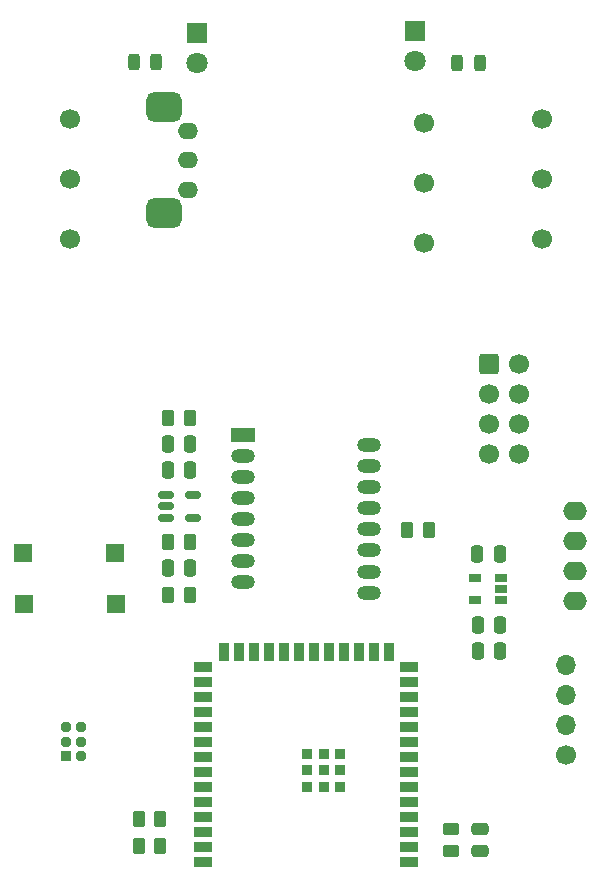
<source format=gtl>
%TF.GenerationSoftware,KiCad,Pcbnew,8.0.8*%
%TF.CreationDate,2025-02-01T16:26:25+01:00*%
%TF.ProjectId,Trackball,54726163-6b62-4616-9c6c-2e6b69636164,rev?*%
%TF.SameCoordinates,Original*%
%TF.FileFunction,Copper,L1,Top*%
%TF.FilePolarity,Positive*%
%FSLAX46Y46*%
G04 Gerber Fmt 4.6, Leading zero omitted, Abs format (unit mm)*
G04 Created by KiCad (PCBNEW 8.0.8) date 2025-02-01 16:26:25*
%MOMM*%
%LPD*%
G01*
G04 APERTURE LIST*
G04 Aperture macros list*
%AMRoundRect*
0 Rectangle with rounded corners*
0 $1 Rounding radius*
0 $2 $3 $4 $5 $6 $7 $8 $9 X,Y pos of 4 corners*
0 Add a 4 corners polygon primitive as box body*
4,1,4,$2,$3,$4,$5,$6,$7,$8,$9,$2,$3,0*
0 Add four circle primitives for the rounded corners*
1,1,$1+$1,$2,$3*
1,1,$1+$1,$4,$5*
1,1,$1+$1,$6,$7*
1,1,$1+$1,$8,$9*
0 Add four rect primitives between the rounded corners*
20,1,$1+$1,$2,$3,$4,$5,0*
20,1,$1+$1,$4,$5,$6,$7,0*
20,1,$1+$1,$6,$7,$8,$9,0*
20,1,$1+$1,$8,$9,$2,$3,0*%
G04 Aperture macros list end*
%TA.AperFunction,ComponentPad*%
%ADD10C,1.700000*%
%TD*%
%TA.AperFunction,ComponentPad*%
%ADD11RoundRect,0.625000X0.875000X-0.625000X0.875000X0.625000X-0.875000X0.625000X-0.875000X-0.625000X0*%
%TD*%
%TA.AperFunction,ComponentPad*%
%ADD12O,1.700000X1.400000*%
%TD*%
%TA.AperFunction,ComponentPad*%
%ADD13O,1.700000X1.700000*%
%TD*%
%TA.AperFunction,SMDPad,CuDef*%
%ADD14R,1.060000X0.650000*%
%TD*%
%TA.AperFunction,ComponentPad*%
%ADD15R,2.000000X1.200000*%
%TD*%
%TA.AperFunction,ComponentPad*%
%ADD16O,2.000000X1.200000*%
%TD*%
%TA.AperFunction,ComponentPad*%
%ADD17RoundRect,0.250000X-0.600000X-0.600000X0.600000X-0.600000X0.600000X0.600000X-0.600000X0.600000X0*%
%TD*%
%TA.AperFunction,ComponentPad*%
%ADD18R,1.800000X1.800000*%
%TD*%
%TA.AperFunction,ComponentPad*%
%ADD19C,1.800000*%
%TD*%
%TA.AperFunction,SMDPad,CuDef*%
%ADD20R,1.500000X0.900000*%
%TD*%
%TA.AperFunction,SMDPad,CuDef*%
%ADD21R,0.900000X1.500000*%
%TD*%
%TA.AperFunction,SMDPad,CuDef*%
%ADD22R,0.900000X0.900000*%
%TD*%
%TA.AperFunction,SMDPad,CuDef*%
%ADD23RoundRect,0.250000X0.250000X0.475000X-0.250000X0.475000X-0.250000X-0.475000X0.250000X-0.475000X0*%
%TD*%
%TA.AperFunction,SMDPad,CuDef*%
%ADD24R,1.500000X1.500000*%
%TD*%
%TA.AperFunction,SMDPad,CuDef*%
%ADD25RoundRect,0.250000X-0.250000X-0.475000X0.250000X-0.475000X0.250000X0.475000X-0.250000X0.475000X0*%
%TD*%
%TA.AperFunction,ComponentPad*%
%ADD26R,0.950000X0.950000*%
%TD*%
%TA.AperFunction,ComponentPad*%
%ADD27C,0.950000*%
%TD*%
%TA.AperFunction,SMDPad,CuDef*%
%ADD28RoundRect,0.250000X-0.262500X-0.450000X0.262500X-0.450000X0.262500X0.450000X-0.262500X0.450000X0*%
%TD*%
%TA.AperFunction,SMDPad,CuDef*%
%ADD29RoundRect,0.250000X0.475000X-0.250000X0.475000X0.250000X-0.475000X0.250000X-0.475000X-0.250000X0*%
%TD*%
%TA.AperFunction,SMDPad,CuDef*%
%ADD30RoundRect,0.250000X0.262500X0.450000X-0.262500X0.450000X-0.262500X-0.450000X0.262500X-0.450000X0*%
%TD*%
%TA.AperFunction,SMDPad,CuDef*%
%ADD31RoundRect,0.250000X0.450000X-0.262500X0.450000X0.262500X-0.450000X0.262500X-0.450000X-0.262500X0*%
%TD*%
%TA.AperFunction,SMDPad,CuDef*%
%ADD32RoundRect,0.150000X-0.512500X-0.150000X0.512500X-0.150000X0.512500X0.150000X-0.512500X0.150000X0*%
%TD*%
%TA.AperFunction,SMDPad,CuDef*%
%ADD33RoundRect,0.243750X0.243750X0.456250X-0.243750X0.456250X-0.243750X-0.456250X0.243750X-0.456250X0*%
%TD*%
%TA.AperFunction,ComponentPad*%
%ADD34O,2.000000X1.600000*%
%TD*%
%TA.AperFunction,SMDPad,CuDef*%
%ADD35RoundRect,0.243750X-0.243750X-0.456250X0.243750X-0.456250X0.243750X0.456250X-0.243750X0.456250X0*%
%TD*%
G04 APERTURE END LIST*
D10*
X123050000Y-26990000D03*
X123050000Y-32070000D03*
X123050000Y-37150000D03*
X113050000Y-27340000D03*
X113050000Y-32420000D03*
X113050000Y-37500000D03*
D11*
X91050000Y-34970000D03*
X91050000Y-25970000D03*
D12*
X93050000Y-32970000D03*
X93050000Y-30470000D03*
X93050000Y-27970000D03*
D10*
X125050000Y-80840000D03*
D13*
X125050000Y-78300000D03*
X125050000Y-75760000D03*
X125050000Y-73220000D03*
D14*
X119550000Y-67750000D03*
X119550000Y-66800000D03*
X119550000Y-65850000D03*
X117350000Y-65850000D03*
X117350000Y-67750000D03*
D15*
X97700000Y-53735000D03*
D16*
X97700000Y-55515000D03*
X97700000Y-57295000D03*
X97700000Y-59075000D03*
X97700000Y-60855000D03*
X97700000Y-62635000D03*
X97700000Y-64415000D03*
X97700000Y-66195000D03*
X108400000Y-67085000D03*
X108400000Y-65305000D03*
X108400000Y-63525000D03*
X108400000Y-61745000D03*
X108400000Y-59965000D03*
X108400000Y-58185000D03*
X108400000Y-56405000D03*
X108400000Y-54625000D03*
D17*
X118550000Y-47720000D03*
D10*
X121090000Y-47720000D03*
X118550000Y-50260000D03*
X121090000Y-50260000D03*
X118550000Y-52800000D03*
X121090000Y-52800000D03*
X118550000Y-55340000D03*
X121090000Y-55340000D03*
D18*
X112300000Y-19560000D03*
D19*
X112300000Y-22100000D03*
D20*
X111800000Y-89860000D03*
X111800000Y-88590000D03*
X111800000Y-87320000D03*
X111800000Y-86050000D03*
X111800000Y-84780000D03*
X111800000Y-83510000D03*
X111800000Y-82240000D03*
X111800000Y-80970000D03*
X111800000Y-79700000D03*
X111800000Y-78430000D03*
X111800000Y-77160000D03*
X111800000Y-75890000D03*
X111800000Y-74620000D03*
X111800000Y-73350000D03*
D21*
X110035000Y-72100000D03*
X108765000Y-72100000D03*
X107495000Y-72100000D03*
X106225000Y-72100000D03*
X104955000Y-72100000D03*
X103685000Y-72100000D03*
X102415000Y-72100000D03*
X101145000Y-72100000D03*
X99875000Y-72100000D03*
X98605000Y-72100000D03*
X97335000Y-72100000D03*
X96065000Y-72100000D03*
D20*
X94300000Y-73350000D03*
X94300000Y-74620000D03*
X94300000Y-75890000D03*
X94300000Y-77160000D03*
X94300000Y-78430000D03*
X94300000Y-79700000D03*
X94300000Y-80970000D03*
X94300000Y-82240000D03*
X94300000Y-83510000D03*
X94300000Y-84780000D03*
X94300000Y-86050000D03*
X94300000Y-87320000D03*
X94300000Y-88590000D03*
X94300000Y-89860000D03*
D22*
X105950000Y-83540000D03*
X105950000Y-82140000D03*
X105950000Y-80740000D03*
X105950000Y-80740000D03*
X104550000Y-83540000D03*
X104550000Y-83540000D03*
X104550000Y-82140000D03*
X104550000Y-80740000D03*
X103150000Y-83540000D03*
X103150000Y-82140000D03*
X103150000Y-80740000D03*
D23*
X93250000Y-54550000D03*
X91350000Y-54550000D03*
D24*
X86950000Y-68050000D03*
X79150000Y-68050000D03*
X86900000Y-63700000D03*
X79100000Y-63700000D03*
D25*
X117600000Y-72050000D03*
X119500000Y-72050000D03*
D26*
X82750000Y-80950000D03*
D27*
X82750000Y-79700000D03*
X82750000Y-78450000D03*
X84000000Y-80950000D03*
X84000000Y-79700000D03*
X84000000Y-78450000D03*
D28*
X88887500Y-86300000D03*
X90712500Y-86300000D03*
D29*
X117800000Y-89000000D03*
X117800000Y-87100000D03*
D30*
X113462500Y-61800000D03*
X111637500Y-61800000D03*
D18*
X93850000Y-19680000D03*
D19*
X93850000Y-22220000D03*
D31*
X115300000Y-88962500D03*
X115300000Y-87137500D03*
D23*
X119500000Y-69800000D03*
X117600000Y-69800000D03*
D28*
X91387500Y-67300000D03*
X93212500Y-67300000D03*
D32*
X91162500Y-58850000D03*
X91162500Y-59800000D03*
X91162500Y-60750000D03*
X93437500Y-60750000D03*
X93437500Y-58850000D03*
D30*
X93212500Y-62800000D03*
X91387500Y-62800000D03*
D23*
X93250000Y-56750000D03*
X91350000Y-56750000D03*
X119450000Y-63800000D03*
X117550000Y-63800000D03*
X93250000Y-65050000D03*
X91350000Y-65050000D03*
D33*
X117737500Y-22250000D03*
X115862500Y-22250000D03*
D10*
X83050000Y-26990000D03*
X83050000Y-32070000D03*
X83050000Y-37150000D03*
D30*
X93212500Y-52300000D03*
X91387500Y-52300000D03*
D34*
X125800000Y-60220000D03*
X125800000Y-62760000D03*
X125800000Y-65300000D03*
X125800000Y-67840000D03*
D35*
X88512500Y-22150000D03*
X90387500Y-22150000D03*
D30*
X90712500Y-88550000D03*
X88887500Y-88550000D03*
M02*

</source>
